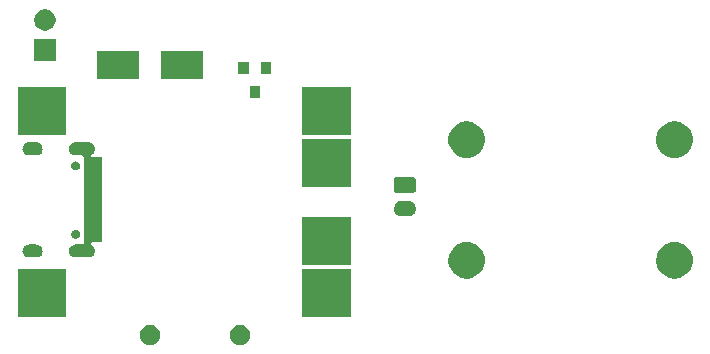
<source format=gbr>
G04 #@! TF.GenerationSoftware,KiCad,Pcbnew,5.1.5+dfsg1-2build2*
G04 #@! TF.CreationDate,2022-04-23T15:18:04+02:00*
G04 #@! TF.ProjectId,vogelhuisje_kicad,766f6765-6c68-4756-9973-6a655f6b6963,rev?*
G04 #@! TF.SameCoordinates,Original*
G04 #@! TF.FileFunction,Soldermask,Top*
G04 #@! TF.FilePolarity,Negative*
%FSLAX46Y46*%
G04 Gerber Fmt 4.6, Leading zero omitted, Abs format (unit mm)*
G04 Created by KiCad (PCBNEW 5.1.5+dfsg1-2build2) date 2022-04-23 15:18:04*
%MOMM*%
%LPD*%
G04 APERTURE LIST*
%ADD10C,0.100000*%
G04 APERTURE END LIST*
D10*
G36*
X92958228Y-104591703D02*
G01*
X93113100Y-104655853D01*
X93252481Y-104748985D01*
X93371015Y-104867519D01*
X93464147Y-105006900D01*
X93528297Y-105161772D01*
X93561000Y-105326184D01*
X93561000Y-105493816D01*
X93528297Y-105658228D01*
X93464147Y-105813100D01*
X93371015Y-105952481D01*
X93252481Y-106071015D01*
X93113100Y-106164147D01*
X92958228Y-106228297D01*
X92793816Y-106261000D01*
X92626184Y-106261000D01*
X92461772Y-106228297D01*
X92306900Y-106164147D01*
X92167519Y-106071015D01*
X92048985Y-105952481D01*
X91955853Y-105813100D01*
X91891703Y-105658228D01*
X91859000Y-105493816D01*
X91859000Y-105326184D01*
X91891703Y-105161772D01*
X91955853Y-105006900D01*
X92048985Y-104867519D01*
X92167519Y-104748985D01*
X92306900Y-104655853D01*
X92461772Y-104591703D01*
X92626184Y-104559000D01*
X92793816Y-104559000D01*
X92958228Y-104591703D01*
G37*
G36*
X85338228Y-104591703D02*
G01*
X85493100Y-104655853D01*
X85632481Y-104748985D01*
X85751015Y-104867519D01*
X85844147Y-105006900D01*
X85908297Y-105161772D01*
X85941000Y-105326184D01*
X85941000Y-105493816D01*
X85908297Y-105658228D01*
X85844147Y-105813100D01*
X85751015Y-105952481D01*
X85632481Y-106071015D01*
X85493100Y-106164147D01*
X85338228Y-106228297D01*
X85173816Y-106261000D01*
X85006184Y-106261000D01*
X84841772Y-106228297D01*
X84686900Y-106164147D01*
X84547519Y-106071015D01*
X84428985Y-105952481D01*
X84335853Y-105813100D01*
X84271703Y-105658228D01*
X84239000Y-105493816D01*
X84239000Y-105326184D01*
X84271703Y-105161772D01*
X84335853Y-105006900D01*
X84428985Y-104867519D01*
X84547519Y-104748985D01*
X84686900Y-104655853D01*
X84841772Y-104591703D01*
X85006184Y-104559000D01*
X85173816Y-104559000D01*
X85338228Y-104591703D01*
G37*
G36*
X102081000Y-103921000D02*
G01*
X97979000Y-103921000D01*
X97979000Y-99819000D01*
X102081000Y-99819000D01*
X102081000Y-103921000D01*
G37*
G36*
X77981000Y-103921000D02*
G01*
X73879000Y-103921000D01*
X73879000Y-99819000D01*
X77981000Y-99819000D01*
X77981000Y-103921000D01*
G37*
G36*
X112222585Y-97563802D02*
G01*
X112372410Y-97593604D01*
X112654674Y-97710521D01*
X112908705Y-97880259D01*
X113124741Y-98096295D01*
X113294479Y-98350326D01*
X113411396Y-98632590D01*
X113411396Y-98632591D01*
X113453255Y-98843027D01*
X113471000Y-98932240D01*
X113471000Y-99237760D01*
X113411396Y-99537410D01*
X113294479Y-99819674D01*
X113124741Y-100073705D01*
X112908705Y-100289741D01*
X112654674Y-100459479D01*
X112372410Y-100576396D01*
X112222585Y-100606198D01*
X112072761Y-100636000D01*
X111767239Y-100636000D01*
X111617415Y-100606198D01*
X111467590Y-100576396D01*
X111185326Y-100459479D01*
X110931295Y-100289741D01*
X110715259Y-100073705D01*
X110545521Y-99819674D01*
X110428604Y-99537410D01*
X110369000Y-99237760D01*
X110369000Y-98932240D01*
X110386746Y-98843027D01*
X110428604Y-98632591D01*
X110428604Y-98632590D01*
X110545521Y-98350326D01*
X110715259Y-98096295D01*
X110931295Y-97880259D01*
X111185326Y-97710521D01*
X111467590Y-97593604D01*
X111617415Y-97563802D01*
X111767239Y-97534000D01*
X112072761Y-97534000D01*
X112222585Y-97563802D01*
G37*
G36*
X129822585Y-97563802D02*
G01*
X129972410Y-97593604D01*
X130254674Y-97710521D01*
X130508705Y-97880259D01*
X130724741Y-98096295D01*
X130894479Y-98350326D01*
X131011396Y-98632590D01*
X131011396Y-98632591D01*
X131053255Y-98843027D01*
X131071000Y-98932240D01*
X131071000Y-99237760D01*
X131011396Y-99537410D01*
X130894479Y-99819674D01*
X130724741Y-100073705D01*
X130508705Y-100289741D01*
X130254674Y-100459479D01*
X129972410Y-100576396D01*
X129822585Y-100606198D01*
X129672761Y-100636000D01*
X129367239Y-100636000D01*
X129217415Y-100606198D01*
X129067590Y-100576396D01*
X128785326Y-100459479D01*
X128531295Y-100289741D01*
X128315259Y-100073705D01*
X128145521Y-99819674D01*
X128028604Y-99537410D01*
X127969000Y-99237760D01*
X127969000Y-98932240D01*
X127986746Y-98843027D01*
X128028604Y-98632591D01*
X128028604Y-98632590D01*
X128145521Y-98350326D01*
X128315259Y-98096295D01*
X128531295Y-97880259D01*
X128785326Y-97710521D01*
X129067590Y-97593604D01*
X129217415Y-97563802D01*
X129367239Y-97534000D01*
X129672761Y-97534000D01*
X129822585Y-97563802D01*
G37*
G36*
X102081000Y-99521000D02*
G01*
X97979000Y-99521000D01*
X97979000Y-95419000D01*
X102081000Y-95419000D01*
X102081000Y-99521000D01*
G37*
G36*
X75558015Y-97756973D02*
G01*
X75661879Y-97788479D01*
X75689055Y-97803005D01*
X75757600Y-97839643D01*
X75841501Y-97908499D01*
X75910357Y-97992400D01*
X75946995Y-98060945D01*
X75961521Y-98088121D01*
X75993027Y-98191985D01*
X76003666Y-98300000D01*
X75993027Y-98408015D01*
X75961521Y-98511879D01*
X75961519Y-98511882D01*
X75910357Y-98607600D01*
X75841501Y-98691501D01*
X75757600Y-98760357D01*
X75689055Y-98796995D01*
X75661879Y-98811521D01*
X75558015Y-98843027D01*
X75477067Y-98851000D01*
X74822933Y-98851000D01*
X74741985Y-98843027D01*
X74638121Y-98811521D01*
X74610945Y-98796995D01*
X74542400Y-98760357D01*
X74458499Y-98691501D01*
X74389643Y-98607600D01*
X74338481Y-98511882D01*
X74338479Y-98511879D01*
X74306973Y-98408015D01*
X74296334Y-98300000D01*
X74306973Y-98191985D01*
X74338479Y-98088121D01*
X74353005Y-98060945D01*
X74389643Y-97992400D01*
X74458499Y-97908499D01*
X74542400Y-97839643D01*
X74610945Y-97803005D01*
X74638121Y-97788479D01*
X74741985Y-97756973D01*
X74822933Y-97749000D01*
X75477067Y-97749000D01*
X75558015Y-97756973D01*
G37*
G36*
X79988015Y-89116973D02*
G01*
X80091879Y-89148479D01*
X80119055Y-89163005D01*
X80187600Y-89199643D01*
X80271501Y-89268499D01*
X80340357Y-89352400D01*
X80376995Y-89420945D01*
X80391521Y-89448121D01*
X80423027Y-89551985D01*
X80433666Y-89660000D01*
X80423027Y-89768015D01*
X80391521Y-89871879D01*
X80391519Y-89871882D01*
X80340357Y-89967600D01*
X80271501Y-90051501D01*
X80187600Y-90120356D01*
X80143807Y-90143764D01*
X80123437Y-90157375D01*
X80106110Y-90174702D01*
X80092496Y-90195076D01*
X80083119Y-90217715D01*
X80078338Y-90241748D01*
X80078338Y-90266252D01*
X80083118Y-90290286D01*
X80092495Y-90312924D01*
X80106109Y-90333299D01*
X80123436Y-90350626D01*
X80143810Y-90364240D01*
X80166449Y-90373617D01*
X80190482Y-90378398D01*
X80202735Y-90379000D01*
X81021000Y-90379000D01*
X81021000Y-97581000D01*
X80202735Y-97581000D01*
X80178349Y-97583402D01*
X80154900Y-97590515D01*
X80133289Y-97602066D01*
X80114347Y-97617611D01*
X80098802Y-97636553D01*
X80087251Y-97658164D01*
X80080138Y-97681613D01*
X80077736Y-97705999D01*
X80080138Y-97730385D01*
X80087251Y-97753834D01*
X80098802Y-97775445D01*
X80114347Y-97794387D01*
X80133289Y-97809932D01*
X80143802Y-97816233D01*
X80187600Y-97839644D01*
X80187602Y-97839645D01*
X80187601Y-97839645D01*
X80271501Y-97908499D01*
X80340357Y-97992400D01*
X80376995Y-98060945D01*
X80391521Y-98088121D01*
X80423027Y-98191985D01*
X80433666Y-98300000D01*
X80423027Y-98408015D01*
X80391521Y-98511879D01*
X80391519Y-98511882D01*
X80340357Y-98607600D01*
X80271501Y-98691501D01*
X80187600Y-98760357D01*
X80119055Y-98796995D01*
X80091879Y-98811521D01*
X79988015Y-98843027D01*
X79907067Y-98851000D01*
X78752933Y-98851000D01*
X78671985Y-98843027D01*
X78568121Y-98811521D01*
X78540945Y-98796995D01*
X78472400Y-98760357D01*
X78388499Y-98691501D01*
X78319643Y-98607600D01*
X78268481Y-98511882D01*
X78268479Y-98511879D01*
X78236973Y-98408015D01*
X78226334Y-98300000D01*
X78236973Y-98191985D01*
X78268479Y-98088121D01*
X78283005Y-98060945D01*
X78319643Y-97992400D01*
X78388499Y-97908499D01*
X78472400Y-97839643D01*
X78540945Y-97803005D01*
X78568121Y-97788479D01*
X78671985Y-97756973D01*
X78752933Y-97749000D01*
X79344001Y-97749000D01*
X79368387Y-97746598D01*
X79391836Y-97739485D01*
X79413447Y-97727934D01*
X79432389Y-97712389D01*
X79447934Y-97693447D01*
X79459485Y-97671836D01*
X79466598Y-97648387D01*
X79469000Y-97624001D01*
X79469000Y-90335999D01*
X79466598Y-90311613D01*
X79459485Y-90288164D01*
X79447934Y-90266553D01*
X79432389Y-90247611D01*
X79413447Y-90232066D01*
X79391836Y-90220515D01*
X79368387Y-90213402D01*
X79344001Y-90211000D01*
X78752933Y-90211000D01*
X78671985Y-90203027D01*
X78568121Y-90171521D01*
X78540945Y-90156995D01*
X78472400Y-90120357D01*
X78388499Y-90051501D01*
X78319643Y-89967600D01*
X78268481Y-89871882D01*
X78268479Y-89871879D01*
X78236973Y-89768015D01*
X78226334Y-89660000D01*
X78236973Y-89551985D01*
X78268479Y-89448121D01*
X78283005Y-89420945D01*
X78319643Y-89352400D01*
X78388499Y-89268499D01*
X78472400Y-89199643D01*
X78540945Y-89163005D01*
X78568121Y-89148479D01*
X78671985Y-89116973D01*
X78752933Y-89109000D01*
X79907067Y-89109000D01*
X79988015Y-89116973D01*
G37*
G36*
X78909672Y-96508449D02*
G01*
X78909674Y-96508450D01*
X78909675Y-96508450D01*
X78978103Y-96536793D01*
X79039686Y-96577942D01*
X79092058Y-96630314D01*
X79133207Y-96691897D01*
X79161550Y-96760325D01*
X79176000Y-96832967D01*
X79176000Y-96907033D01*
X79161550Y-96979675D01*
X79133207Y-97048103D01*
X79092058Y-97109686D01*
X79039686Y-97162058D01*
X78978103Y-97203207D01*
X78909675Y-97231550D01*
X78909674Y-97231550D01*
X78909672Y-97231551D01*
X78837034Y-97246000D01*
X78762966Y-97246000D01*
X78690328Y-97231551D01*
X78690326Y-97231550D01*
X78690325Y-97231550D01*
X78621897Y-97203207D01*
X78560314Y-97162058D01*
X78507942Y-97109686D01*
X78466793Y-97048103D01*
X78438450Y-96979675D01*
X78424000Y-96907033D01*
X78424000Y-96832967D01*
X78438450Y-96760325D01*
X78466793Y-96691897D01*
X78507942Y-96630314D01*
X78560314Y-96577942D01*
X78621897Y-96536793D01*
X78690325Y-96508450D01*
X78690326Y-96508450D01*
X78690328Y-96508449D01*
X78762966Y-96494000D01*
X78837034Y-96494000D01*
X78909672Y-96508449D01*
G37*
G36*
X107018855Y-94062140D02*
G01*
X107082618Y-94068420D01*
X107173404Y-94095960D01*
X107205336Y-94105646D01*
X107318425Y-94166094D01*
X107417554Y-94247446D01*
X107498906Y-94346575D01*
X107559354Y-94459664D01*
X107559355Y-94459668D01*
X107596580Y-94582382D01*
X107609149Y-94710000D01*
X107596580Y-94837618D01*
X107569040Y-94928404D01*
X107559354Y-94960336D01*
X107498906Y-95073425D01*
X107417554Y-95172554D01*
X107318425Y-95253906D01*
X107205336Y-95314354D01*
X107173404Y-95324040D01*
X107082618Y-95351580D01*
X107018855Y-95357860D01*
X106986974Y-95361000D01*
X106373026Y-95361000D01*
X106341145Y-95357860D01*
X106277382Y-95351580D01*
X106186596Y-95324040D01*
X106154664Y-95314354D01*
X106041575Y-95253906D01*
X105942446Y-95172554D01*
X105861094Y-95073425D01*
X105800646Y-94960336D01*
X105790960Y-94928404D01*
X105763420Y-94837618D01*
X105750851Y-94710000D01*
X105763420Y-94582382D01*
X105800645Y-94459668D01*
X105800646Y-94459664D01*
X105861094Y-94346575D01*
X105942446Y-94247446D01*
X106041575Y-94166094D01*
X106154664Y-94105646D01*
X106186596Y-94095960D01*
X106277382Y-94068420D01*
X106341145Y-94062140D01*
X106373026Y-94059000D01*
X106986974Y-94059000D01*
X107018855Y-94062140D01*
G37*
G36*
X107446242Y-92063404D02*
G01*
X107483337Y-92074657D01*
X107517515Y-92092925D01*
X107547481Y-92117519D01*
X107572075Y-92147485D01*
X107590343Y-92181663D01*
X107601596Y-92218758D01*
X107606000Y-92263474D01*
X107606000Y-93156526D01*
X107601596Y-93201242D01*
X107590343Y-93238337D01*
X107572075Y-93272515D01*
X107547481Y-93302481D01*
X107517515Y-93327075D01*
X107483337Y-93345343D01*
X107446242Y-93356596D01*
X107401526Y-93361000D01*
X105958474Y-93361000D01*
X105913758Y-93356596D01*
X105876663Y-93345343D01*
X105842485Y-93327075D01*
X105812519Y-93302481D01*
X105787925Y-93272515D01*
X105769657Y-93238337D01*
X105758404Y-93201242D01*
X105754000Y-93156526D01*
X105754000Y-92263474D01*
X105758404Y-92218758D01*
X105769657Y-92181663D01*
X105787925Y-92147485D01*
X105812519Y-92117519D01*
X105842485Y-92092925D01*
X105876663Y-92074657D01*
X105913758Y-92063404D01*
X105958474Y-92059000D01*
X107401526Y-92059000D01*
X107446242Y-92063404D01*
G37*
G36*
X102081000Y-92921000D02*
G01*
X97979000Y-92921000D01*
X97979000Y-88819000D01*
X102081000Y-88819000D01*
X102081000Y-92921000D01*
G37*
G36*
X78909672Y-90728449D02*
G01*
X78909674Y-90728450D01*
X78909675Y-90728450D01*
X78978103Y-90756793D01*
X79039686Y-90797942D01*
X79092058Y-90850314D01*
X79133207Y-90911897D01*
X79161550Y-90980325D01*
X79176000Y-91052967D01*
X79176000Y-91127033D01*
X79161550Y-91199675D01*
X79133207Y-91268103D01*
X79092058Y-91329686D01*
X79039686Y-91382058D01*
X78978103Y-91423207D01*
X78909675Y-91451550D01*
X78909674Y-91451550D01*
X78909672Y-91451551D01*
X78837034Y-91466000D01*
X78762966Y-91466000D01*
X78690328Y-91451551D01*
X78690326Y-91451550D01*
X78690325Y-91451550D01*
X78621897Y-91423207D01*
X78560314Y-91382058D01*
X78507942Y-91329686D01*
X78466793Y-91268103D01*
X78438450Y-91199675D01*
X78424000Y-91127033D01*
X78424000Y-91052967D01*
X78438450Y-90980325D01*
X78466793Y-90911897D01*
X78507942Y-90850314D01*
X78560314Y-90797942D01*
X78621897Y-90756793D01*
X78690325Y-90728450D01*
X78690326Y-90728450D01*
X78690328Y-90728449D01*
X78762966Y-90714000D01*
X78837034Y-90714000D01*
X78909672Y-90728449D01*
G37*
G36*
X129822585Y-87363802D02*
G01*
X129972410Y-87393604D01*
X130254674Y-87510521D01*
X130508705Y-87680259D01*
X130724741Y-87896295D01*
X130894479Y-88150326D01*
X131011396Y-88432590D01*
X131071000Y-88732240D01*
X131071000Y-89037760D01*
X131011396Y-89337410D01*
X130894479Y-89619674D01*
X130724741Y-89873705D01*
X130508705Y-90089741D01*
X130254674Y-90259479D01*
X129972410Y-90376396D01*
X129822585Y-90406198D01*
X129672761Y-90436000D01*
X129367239Y-90436000D01*
X129217415Y-90406198D01*
X129067590Y-90376396D01*
X128785326Y-90259479D01*
X128531295Y-90089741D01*
X128315259Y-89873705D01*
X128145521Y-89619674D01*
X128028604Y-89337410D01*
X127969000Y-89037760D01*
X127969000Y-88732240D01*
X128028604Y-88432590D01*
X128145521Y-88150326D01*
X128315259Y-87896295D01*
X128531295Y-87680259D01*
X128785326Y-87510521D01*
X129067590Y-87393604D01*
X129217415Y-87363802D01*
X129367239Y-87334000D01*
X129672761Y-87334000D01*
X129822585Y-87363802D01*
G37*
G36*
X112222585Y-87363802D02*
G01*
X112372410Y-87393604D01*
X112654674Y-87510521D01*
X112908705Y-87680259D01*
X113124741Y-87896295D01*
X113294479Y-88150326D01*
X113411396Y-88432590D01*
X113471000Y-88732240D01*
X113471000Y-89037760D01*
X113411396Y-89337410D01*
X113294479Y-89619674D01*
X113124741Y-89873705D01*
X112908705Y-90089741D01*
X112654674Y-90259479D01*
X112372410Y-90376396D01*
X112222585Y-90406198D01*
X112072761Y-90436000D01*
X111767239Y-90436000D01*
X111617415Y-90406198D01*
X111467590Y-90376396D01*
X111185326Y-90259479D01*
X110931295Y-90089741D01*
X110715259Y-89873705D01*
X110545521Y-89619674D01*
X110428604Y-89337410D01*
X110369000Y-89037760D01*
X110369000Y-88732240D01*
X110428604Y-88432590D01*
X110545521Y-88150326D01*
X110715259Y-87896295D01*
X110931295Y-87680259D01*
X111185326Y-87510521D01*
X111467590Y-87393604D01*
X111617415Y-87363802D01*
X111767239Y-87334000D01*
X112072761Y-87334000D01*
X112222585Y-87363802D01*
G37*
G36*
X75558015Y-89116973D02*
G01*
X75661879Y-89148479D01*
X75689055Y-89163005D01*
X75757600Y-89199643D01*
X75841501Y-89268499D01*
X75910357Y-89352400D01*
X75946995Y-89420945D01*
X75961521Y-89448121D01*
X75993027Y-89551985D01*
X76003666Y-89660000D01*
X75993027Y-89768015D01*
X75961521Y-89871879D01*
X75961519Y-89871882D01*
X75910357Y-89967600D01*
X75841501Y-90051501D01*
X75757600Y-90120357D01*
X75689055Y-90156995D01*
X75661879Y-90171521D01*
X75558015Y-90203027D01*
X75477067Y-90211000D01*
X74822933Y-90211000D01*
X74741985Y-90203027D01*
X74638121Y-90171521D01*
X74610945Y-90156995D01*
X74542400Y-90120357D01*
X74458499Y-90051501D01*
X74389643Y-89967600D01*
X74338481Y-89871882D01*
X74338479Y-89871879D01*
X74306973Y-89768015D01*
X74296334Y-89660000D01*
X74306973Y-89551985D01*
X74338479Y-89448121D01*
X74353005Y-89420945D01*
X74389643Y-89352400D01*
X74458499Y-89268499D01*
X74542400Y-89199643D01*
X74610945Y-89163005D01*
X74638121Y-89148479D01*
X74741985Y-89116973D01*
X74822933Y-89109000D01*
X75477067Y-89109000D01*
X75558015Y-89116973D01*
G37*
G36*
X102081000Y-88521000D02*
G01*
X97979000Y-88521000D01*
X97979000Y-84419000D01*
X102081000Y-84419000D01*
X102081000Y-88521000D01*
G37*
G36*
X77981000Y-88521000D02*
G01*
X73879000Y-88521000D01*
X73879000Y-84419000D01*
X77981000Y-84419000D01*
X77981000Y-88521000D01*
G37*
G36*
X94431000Y-85321000D02*
G01*
X93529000Y-85321000D01*
X93529000Y-84319000D01*
X94431000Y-84319000D01*
X94431000Y-85321000D01*
G37*
G36*
X84191000Y-83751000D02*
G01*
X80589000Y-83751000D01*
X80589000Y-81349000D01*
X84191000Y-81349000D01*
X84191000Y-83751000D01*
G37*
G36*
X89591000Y-83751000D02*
G01*
X85989000Y-83751000D01*
X85989000Y-81349000D01*
X89591000Y-81349000D01*
X89591000Y-83751000D01*
G37*
G36*
X95381000Y-83321000D02*
G01*
X94479000Y-83321000D01*
X94479000Y-82319000D01*
X95381000Y-82319000D01*
X95381000Y-83321000D01*
G37*
G36*
X93481000Y-83321000D02*
G01*
X92579000Y-83321000D01*
X92579000Y-82319000D01*
X93481000Y-82319000D01*
X93481000Y-83321000D01*
G37*
G36*
X77101000Y-82181000D02*
G01*
X75299000Y-82181000D01*
X75299000Y-80379000D01*
X77101000Y-80379000D01*
X77101000Y-82181000D01*
G37*
G36*
X76313512Y-77843927D02*
G01*
X76462812Y-77873624D01*
X76626784Y-77941544D01*
X76774354Y-78040147D01*
X76899853Y-78165646D01*
X76998456Y-78313216D01*
X77066376Y-78477188D01*
X77101000Y-78651259D01*
X77101000Y-78828741D01*
X77066376Y-79002812D01*
X76998456Y-79166784D01*
X76899853Y-79314354D01*
X76774354Y-79439853D01*
X76626784Y-79538456D01*
X76462812Y-79606376D01*
X76313512Y-79636073D01*
X76288742Y-79641000D01*
X76111258Y-79641000D01*
X76086488Y-79636073D01*
X75937188Y-79606376D01*
X75773216Y-79538456D01*
X75625646Y-79439853D01*
X75500147Y-79314354D01*
X75401544Y-79166784D01*
X75333624Y-79002812D01*
X75299000Y-78828741D01*
X75299000Y-78651259D01*
X75333624Y-78477188D01*
X75401544Y-78313216D01*
X75500147Y-78165646D01*
X75625646Y-78040147D01*
X75773216Y-77941544D01*
X75937188Y-77873624D01*
X76086488Y-77843927D01*
X76111258Y-77839000D01*
X76288742Y-77839000D01*
X76313512Y-77843927D01*
G37*
M02*

</source>
